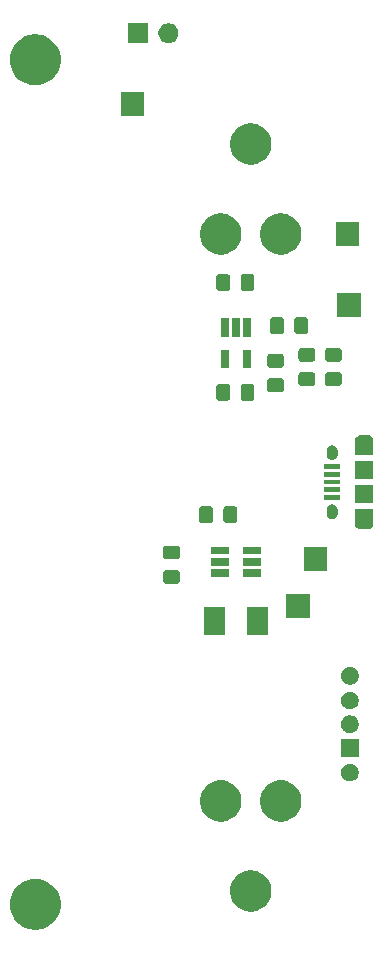
<source format=gbr>
%TF.GenerationSoftware,KiCad,Pcbnew,5.1.6*%
%TF.CreationDate,2020-05-18T18:09:20+02:00*%
%TF.ProjectId,solder-snorter,736f6c64-6572-42d7-936e-6f727465722e,rev?*%
%TF.SameCoordinates,Original*%
%TF.FileFunction,Soldermask,Top*%
%TF.FilePolarity,Negative*%
%FSLAX46Y46*%
G04 Gerber Fmt 4.6, Leading zero omitted, Abs format (unit mm)*
G04 Created by KiCad (PCBNEW 5.1.6) date 2020-05-18 18:09:20*
%MOMM*%
%LPD*%
G01*
G04 APERTURE LIST*
%ADD10C,0.100000*%
G04 APERTURE END LIST*
D10*
G36*
X137600215Y-149127541D02*
G01*
X137877132Y-149182623D01*
X138268407Y-149344695D01*
X138620545Y-149579986D01*
X138920014Y-149879455D01*
X139155305Y-150231593D01*
X139317377Y-150622868D01*
X139400000Y-151038243D01*
X139400000Y-151461757D01*
X139317377Y-151877132D01*
X139155305Y-152268407D01*
X138920014Y-152620545D01*
X138620545Y-152920014D01*
X138268407Y-153155305D01*
X137877132Y-153317377D01*
X137600215Y-153372459D01*
X137461758Y-153400000D01*
X137038242Y-153400000D01*
X136899785Y-153372459D01*
X136622868Y-153317377D01*
X136231593Y-153155305D01*
X135879455Y-152920014D01*
X135579986Y-152620545D01*
X135344695Y-152268407D01*
X135182623Y-151877132D01*
X135100000Y-151461757D01*
X135100000Y-151038243D01*
X135182623Y-150622868D01*
X135344695Y-150231593D01*
X135579986Y-149879455D01*
X135879455Y-149579986D01*
X136231593Y-149344695D01*
X136622868Y-149182623D01*
X136899785Y-149127541D01*
X137038242Y-149100000D01*
X137461758Y-149100000D01*
X137600215Y-149127541D01*
G37*
G36*
X155785059Y-148392417D02*
G01*
X156010456Y-148437251D01*
X156328936Y-148569170D01*
X156615560Y-148760686D01*
X156859314Y-149004440D01*
X157050830Y-149291064D01*
X157182749Y-149609544D01*
X157182749Y-149609546D01*
X157236438Y-149879456D01*
X157250000Y-149947640D01*
X157250000Y-150292360D01*
X157182749Y-150630456D01*
X157050830Y-150948936D01*
X156859314Y-151235560D01*
X156615560Y-151479314D01*
X156328936Y-151670830D01*
X156010456Y-151802749D01*
X155785059Y-151847583D01*
X155672361Y-151870000D01*
X155327639Y-151870000D01*
X155214941Y-151847583D01*
X154989544Y-151802749D01*
X154671064Y-151670830D01*
X154384440Y-151479314D01*
X154140686Y-151235560D01*
X153949170Y-150948936D01*
X153817251Y-150630456D01*
X153750000Y-150292360D01*
X153750000Y-149947640D01*
X153763563Y-149879456D01*
X153817251Y-149609546D01*
X153817251Y-149609544D01*
X153949170Y-149291064D01*
X154140686Y-149004440D01*
X154384440Y-148760686D01*
X154671064Y-148569170D01*
X154989544Y-148437251D01*
X155214941Y-148392417D01*
X155327639Y-148370000D01*
X155672361Y-148370000D01*
X155785059Y-148392417D01*
G37*
G36*
X153205966Y-140764641D02*
G01*
X153470456Y-140817251D01*
X153788936Y-140949170D01*
X154075560Y-141140686D01*
X154319314Y-141384440D01*
X154510830Y-141671064D01*
X154642749Y-141989544D01*
X154710000Y-142327640D01*
X154710000Y-142672360D01*
X154642749Y-143010456D01*
X154510830Y-143328936D01*
X154319314Y-143615560D01*
X154075560Y-143859314D01*
X153788936Y-144050830D01*
X153470456Y-144182749D01*
X153245059Y-144227583D01*
X153132361Y-144250000D01*
X152787639Y-144250000D01*
X152674941Y-144227583D01*
X152449544Y-144182749D01*
X152131064Y-144050830D01*
X151844440Y-143859314D01*
X151600686Y-143615560D01*
X151409170Y-143328936D01*
X151277251Y-143010456D01*
X151210000Y-142672360D01*
X151210000Y-142327640D01*
X151277251Y-141989544D01*
X151409170Y-141671064D01*
X151600686Y-141384440D01*
X151844440Y-141140686D01*
X152131064Y-140949170D01*
X152449544Y-140817251D01*
X152714034Y-140764641D01*
X152787639Y-140750000D01*
X153132361Y-140750000D01*
X153205966Y-140764641D01*
G37*
G36*
X158285966Y-140764641D02*
G01*
X158550456Y-140817251D01*
X158868936Y-140949170D01*
X159155560Y-141140686D01*
X159399314Y-141384440D01*
X159590830Y-141671064D01*
X159722749Y-141989544D01*
X159790000Y-142327640D01*
X159790000Y-142672360D01*
X159722749Y-143010456D01*
X159590830Y-143328936D01*
X159399314Y-143615560D01*
X159155560Y-143859314D01*
X158868936Y-144050830D01*
X158550456Y-144182749D01*
X158325059Y-144227583D01*
X158212361Y-144250000D01*
X157867639Y-144250000D01*
X157754941Y-144227583D01*
X157529544Y-144182749D01*
X157211064Y-144050830D01*
X156924440Y-143859314D01*
X156680686Y-143615560D01*
X156489170Y-143328936D01*
X156357251Y-143010456D01*
X156290000Y-142672360D01*
X156290000Y-142327640D01*
X156357251Y-141989544D01*
X156489170Y-141671064D01*
X156680686Y-141384440D01*
X156924440Y-141140686D01*
X157211064Y-140949170D01*
X157529544Y-140817251D01*
X157794034Y-140764641D01*
X157867639Y-140750000D01*
X158212361Y-140750000D01*
X158285966Y-140764641D01*
G37*
G36*
X164118765Y-139378821D02*
G01*
X164255257Y-139435358D01*
X164378096Y-139517436D01*
X164482564Y-139621904D01*
X164564642Y-139744743D01*
X164621179Y-139881235D01*
X164650000Y-140026130D01*
X164650000Y-140173870D01*
X164621179Y-140318765D01*
X164564642Y-140455257D01*
X164482564Y-140578096D01*
X164378096Y-140682564D01*
X164255257Y-140764642D01*
X164118765Y-140821179D01*
X163973870Y-140850000D01*
X163826130Y-140850000D01*
X163681235Y-140821179D01*
X163544743Y-140764642D01*
X163421904Y-140682564D01*
X163317436Y-140578096D01*
X163235358Y-140455257D01*
X163178821Y-140318765D01*
X163150000Y-140173870D01*
X163150000Y-140026130D01*
X163178821Y-139881235D01*
X163235358Y-139744743D01*
X163317436Y-139621904D01*
X163421904Y-139517436D01*
X163544743Y-139435358D01*
X163681235Y-139378821D01*
X163826130Y-139350000D01*
X163973870Y-139350000D01*
X164118765Y-139378821D01*
G37*
G36*
X164650000Y-138750000D02*
G01*
X163150000Y-138750000D01*
X163150000Y-137250000D01*
X164650000Y-137250000D01*
X164650000Y-138750000D01*
G37*
G36*
X164118765Y-135278821D02*
G01*
X164255257Y-135335358D01*
X164378096Y-135417436D01*
X164482564Y-135521904D01*
X164564642Y-135644743D01*
X164621179Y-135781235D01*
X164650000Y-135926130D01*
X164650000Y-136073870D01*
X164621179Y-136218765D01*
X164564642Y-136355257D01*
X164482564Y-136478096D01*
X164378096Y-136582564D01*
X164255257Y-136664642D01*
X164118765Y-136721179D01*
X163973870Y-136750000D01*
X163826130Y-136750000D01*
X163681235Y-136721179D01*
X163544743Y-136664642D01*
X163421904Y-136582564D01*
X163317436Y-136478096D01*
X163235358Y-136355257D01*
X163178821Y-136218765D01*
X163150000Y-136073870D01*
X163150000Y-135926130D01*
X163178821Y-135781235D01*
X163235358Y-135644743D01*
X163317436Y-135521904D01*
X163421904Y-135417436D01*
X163544743Y-135335358D01*
X163681235Y-135278821D01*
X163826130Y-135250000D01*
X163973870Y-135250000D01*
X164118765Y-135278821D01*
G37*
G36*
X164118765Y-133278821D02*
G01*
X164255257Y-133335358D01*
X164378096Y-133417436D01*
X164482564Y-133521904D01*
X164564642Y-133644743D01*
X164621179Y-133781235D01*
X164650000Y-133926130D01*
X164650000Y-134073870D01*
X164621179Y-134218765D01*
X164564642Y-134355257D01*
X164482564Y-134478096D01*
X164378096Y-134582564D01*
X164255257Y-134664642D01*
X164118765Y-134721179D01*
X163973870Y-134750000D01*
X163826130Y-134750000D01*
X163681235Y-134721179D01*
X163544743Y-134664642D01*
X163421904Y-134582564D01*
X163317436Y-134478096D01*
X163235358Y-134355257D01*
X163178821Y-134218765D01*
X163150000Y-134073870D01*
X163150000Y-133926130D01*
X163178821Y-133781235D01*
X163235358Y-133644743D01*
X163317436Y-133521904D01*
X163421904Y-133417436D01*
X163544743Y-133335358D01*
X163681235Y-133278821D01*
X163826130Y-133250000D01*
X163973870Y-133250000D01*
X164118765Y-133278821D01*
G37*
G36*
X164118765Y-131178821D02*
G01*
X164255257Y-131235358D01*
X164378096Y-131317436D01*
X164482564Y-131421904D01*
X164564642Y-131544743D01*
X164621179Y-131681235D01*
X164650000Y-131826130D01*
X164650000Y-131973870D01*
X164621179Y-132118765D01*
X164564642Y-132255257D01*
X164482564Y-132378096D01*
X164378096Y-132482564D01*
X164255257Y-132564642D01*
X164118765Y-132621179D01*
X163973870Y-132650000D01*
X163826130Y-132650000D01*
X163681235Y-132621179D01*
X163544743Y-132564642D01*
X163421904Y-132482564D01*
X163317436Y-132378096D01*
X163235358Y-132255257D01*
X163178821Y-132118765D01*
X163150000Y-131973870D01*
X163150000Y-131826130D01*
X163178821Y-131681235D01*
X163235358Y-131544743D01*
X163317436Y-131421904D01*
X163421904Y-131317436D01*
X163544743Y-131235358D01*
X163681235Y-131178821D01*
X163826130Y-131150000D01*
X163973870Y-131150000D01*
X164118765Y-131178821D01*
G37*
G36*
X153350000Y-128450000D02*
G01*
X151550000Y-128450000D01*
X151550000Y-126050000D01*
X153350000Y-126050000D01*
X153350000Y-128450000D01*
G37*
G36*
X156950000Y-128450000D02*
G01*
X155150000Y-128450000D01*
X155150000Y-126050000D01*
X156950000Y-126050000D01*
X156950000Y-128450000D01*
G37*
G36*
X160500000Y-127000000D02*
G01*
X158500000Y-127000000D01*
X158500000Y-125000000D01*
X160500000Y-125000000D01*
X160500000Y-127000000D01*
G37*
G36*
X149321471Y-122954497D02*
G01*
X149363026Y-122967103D01*
X149401317Y-122987569D01*
X149434883Y-123015117D01*
X149462431Y-123048683D01*
X149482897Y-123086974D01*
X149495503Y-123128529D01*
X149500000Y-123174192D01*
X149500000Y-123875808D01*
X149495503Y-123921471D01*
X149482897Y-123963026D01*
X149462431Y-124001317D01*
X149434883Y-124034883D01*
X149401317Y-124062431D01*
X149363026Y-124082897D01*
X149321471Y-124095503D01*
X149275808Y-124100000D01*
X148324192Y-124100000D01*
X148278529Y-124095503D01*
X148236974Y-124082897D01*
X148198683Y-124062431D01*
X148165117Y-124034883D01*
X148137569Y-124001317D01*
X148117103Y-123963026D01*
X148104497Y-123921471D01*
X148100000Y-123875808D01*
X148100000Y-123174192D01*
X148104497Y-123128529D01*
X148117103Y-123086974D01*
X148137569Y-123048683D01*
X148165117Y-123015117D01*
X148198683Y-122987569D01*
X148236974Y-122967103D01*
X148278529Y-122954497D01*
X148324192Y-122950000D01*
X149275808Y-122950000D01*
X149321471Y-122954497D01*
G37*
G36*
X156380000Y-123525000D02*
G01*
X154820000Y-123525000D01*
X154820000Y-122875000D01*
X156380000Y-122875000D01*
X156380000Y-123525000D01*
G37*
G36*
X153680000Y-123525000D02*
G01*
X152120000Y-123525000D01*
X152120000Y-122875000D01*
X153680000Y-122875000D01*
X153680000Y-123525000D01*
G37*
G36*
X162000000Y-123000000D02*
G01*
X160000000Y-123000000D01*
X160000000Y-121000000D01*
X162000000Y-121000000D01*
X162000000Y-123000000D01*
G37*
G36*
X153680000Y-122575000D02*
G01*
X152120000Y-122575000D01*
X152120000Y-121925000D01*
X153680000Y-121925000D01*
X153680000Y-122575000D01*
G37*
G36*
X156380000Y-122575000D02*
G01*
X154820000Y-122575000D01*
X154820000Y-121925000D01*
X156380000Y-121925000D01*
X156380000Y-122575000D01*
G37*
G36*
X149321471Y-120904497D02*
G01*
X149363026Y-120917103D01*
X149401317Y-120937569D01*
X149434883Y-120965117D01*
X149462431Y-120998683D01*
X149482897Y-121036974D01*
X149495503Y-121078529D01*
X149500000Y-121124192D01*
X149500000Y-121825808D01*
X149495503Y-121871471D01*
X149482897Y-121913026D01*
X149462431Y-121951317D01*
X149434883Y-121984883D01*
X149401317Y-122012431D01*
X149363026Y-122032897D01*
X149321471Y-122045503D01*
X149275808Y-122050000D01*
X148324192Y-122050000D01*
X148278529Y-122045503D01*
X148236974Y-122032897D01*
X148198683Y-122012431D01*
X148165117Y-121984883D01*
X148137569Y-121951317D01*
X148117103Y-121913026D01*
X148104497Y-121871471D01*
X148100000Y-121825808D01*
X148100000Y-121124192D01*
X148104497Y-121078529D01*
X148117103Y-121036974D01*
X148137569Y-120998683D01*
X148165117Y-120965117D01*
X148198683Y-120937569D01*
X148236974Y-120917103D01*
X148278529Y-120904497D01*
X148324192Y-120900000D01*
X149275808Y-120900000D01*
X149321471Y-120904497D01*
G37*
G36*
X153680000Y-121625000D02*
G01*
X152120000Y-121625000D01*
X152120000Y-120975000D01*
X153680000Y-120975000D01*
X153680000Y-121625000D01*
G37*
G36*
X156380000Y-121625000D02*
G01*
X154820000Y-121625000D01*
X154820000Y-120975000D01*
X156380000Y-120975000D01*
X156380000Y-121625000D01*
G37*
G36*
X165875000Y-119028773D02*
G01*
X165873882Y-119030865D01*
X165870715Y-119043509D01*
X165865393Y-119097546D01*
X165836940Y-119191343D01*
X165790735Y-119277786D01*
X165728553Y-119353554D01*
X165652785Y-119415736D01*
X165566342Y-119461941D01*
X165472545Y-119490394D01*
X165375000Y-119500001D01*
X164825000Y-119500001D01*
X164727455Y-119490394D01*
X164633658Y-119461941D01*
X164547215Y-119415736D01*
X164471447Y-119353554D01*
X164409265Y-119277786D01*
X164363060Y-119191343D01*
X164334607Y-119097546D01*
X164329205Y-119042693D01*
X164327771Y-119035485D01*
X164325000Y-119028795D01*
X164325000Y-117800000D01*
X165875000Y-117800000D01*
X165875000Y-119028773D01*
G37*
G36*
X154171471Y-117554497D02*
G01*
X154213026Y-117567103D01*
X154251317Y-117587569D01*
X154284883Y-117615117D01*
X154312431Y-117648683D01*
X154332897Y-117686974D01*
X154345503Y-117728529D01*
X154350000Y-117774192D01*
X154350000Y-118725808D01*
X154345503Y-118771471D01*
X154332897Y-118813026D01*
X154312431Y-118851317D01*
X154284883Y-118884883D01*
X154251317Y-118912431D01*
X154213026Y-118932897D01*
X154171471Y-118945503D01*
X154125808Y-118950000D01*
X153424192Y-118950000D01*
X153378529Y-118945503D01*
X153336974Y-118932897D01*
X153298683Y-118912431D01*
X153265117Y-118884883D01*
X153237569Y-118851317D01*
X153217103Y-118813026D01*
X153204497Y-118771471D01*
X153200000Y-118725808D01*
X153200000Y-117774192D01*
X153204497Y-117728529D01*
X153217103Y-117686974D01*
X153237569Y-117648683D01*
X153265117Y-117615117D01*
X153298683Y-117587569D01*
X153336974Y-117567103D01*
X153378529Y-117554497D01*
X153424192Y-117550000D01*
X154125808Y-117550000D01*
X154171471Y-117554497D01*
G37*
G36*
X152121471Y-117554497D02*
G01*
X152163026Y-117567103D01*
X152201317Y-117587569D01*
X152234883Y-117615117D01*
X152262431Y-117648683D01*
X152282897Y-117686974D01*
X152295503Y-117728529D01*
X152300000Y-117774192D01*
X152300000Y-118725808D01*
X152295503Y-118771471D01*
X152282897Y-118813026D01*
X152262431Y-118851317D01*
X152234883Y-118884883D01*
X152201317Y-118912431D01*
X152163026Y-118932897D01*
X152121471Y-118945503D01*
X152075808Y-118950000D01*
X151374192Y-118950000D01*
X151328529Y-118945503D01*
X151286974Y-118932897D01*
X151248683Y-118912431D01*
X151215117Y-118884883D01*
X151187569Y-118851317D01*
X151167103Y-118813026D01*
X151154497Y-118771471D01*
X151150000Y-118725808D01*
X151150000Y-117774192D01*
X151154497Y-117728529D01*
X151167103Y-117686974D01*
X151187569Y-117648683D01*
X151215117Y-117615117D01*
X151248683Y-117587569D01*
X151286974Y-117567103D01*
X151328529Y-117554497D01*
X151374192Y-117550000D01*
X152075808Y-117550000D01*
X152121471Y-117554497D01*
G37*
G36*
X162492669Y-117384127D02*
G01*
X162581776Y-117411157D01*
X162663897Y-117455052D01*
X162735877Y-117514124D01*
X162794949Y-117586104D01*
X162838844Y-117668225D01*
X162865874Y-117757332D01*
X162875001Y-117850000D01*
X162875001Y-118150000D01*
X162865874Y-118242668D01*
X162838844Y-118331775D01*
X162794949Y-118413896D01*
X162735877Y-118485876D01*
X162663897Y-118544948D01*
X162581776Y-118588843D01*
X162492669Y-118615873D01*
X162400001Y-118625000D01*
X162399999Y-118625000D01*
X162307331Y-118615873D01*
X162218224Y-118588843D01*
X162136103Y-118544948D01*
X162064123Y-118485876D01*
X162005051Y-118413896D01*
X161961156Y-118331775D01*
X161934126Y-118242668D01*
X161924999Y-118150000D01*
X161924999Y-117850000D01*
X161934126Y-117757332D01*
X161961156Y-117668225D01*
X162005051Y-117586104D01*
X162064123Y-117514124D01*
X162136103Y-117455052D01*
X162218224Y-117411157D01*
X162307331Y-117384127D01*
X162399999Y-117375000D01*
X162400001Y-117375000D01*
X162492669Y-117384127D01*
G37*
G36*
X165875000Y-117250000D02*
G01*
X164325000Y-117250000D01*
X164325000Y-115750000D01*
X165875000Y-115750000D01*
X165875000Y-117250000D01*
G37*
G36*
X163075000Y-117000000D02*
G01*
X161725000Y-117000000D01*
X161725000Y-116600000D01*
X163075000Y-116600000D01*
X163075000Y-117000000D01*
G37*
G36*
X163075000Y-116350000D02*
G01*
X161725000Y-116350000D01*
X161725000Y-115950000D01*
X163075000Y-115950000D01*
X163075000Y-116350000D01*
G37*
G36*
X163075000Y-115700000D02*
G01*
X161725000Y-115700000D01*
X161725000Y-115300000D01*
X163075000Y-115300000D01*
X163075000Y-115700000D01*
G37*
G36*
X165875000Y-115250000D02*
G01*
X164325000Y-115250000D01*
X164325000Y-113750000D01*
X165875000Y-113750000D01*
X165875000Y-115250000D01*
G37*
G36*
X163075000Y-115050000D02*
G01*
X161725000Y-115050000D01*
X161725000Y-114650000D01*
X163075000Y-114650000D01*
X163075000Y-115050000D01*
G37*
G36*
X163075000Y-114400000D02*
G01*
X161725000Y-114400000D01*
X161725000Y-114000000D01*
X163075000Y-114000000D01*
X163075000Y-114400000D01*
G37*
G36*
X162492669Y-112384127D02*
G01*
X162581776Y-112411157D01*
X162663897Y-112455052D01*
X162735877Y-112514124D01*
X162794949Y-112586104D01*
X162838844Y-112668225D01*
X162865874Y-112757332D01*
X162875001Y-112850000D01*
X162875001Y-113150000D01*
X162865874Y-113242668D01*
X162838844Y-113331775D01*
X162794949Y-113413896D01*
X162735877Y-113485876D01*
X162663897Y-113544948D01*
X162581776Y-113588843D01*
X162492669Y-113615873D01*
X162400001Y-113625000D01*
X162399999Y-113625000D01*
X162307331Y-113615873D01*
X162218224Y-113588843D01*
X162136103Y-113544948D01*
X162064123Y-113485876D01*
X162005051Y-113413896D01*
X161961156Y-113331775D01*
X161934126Y-113242668D01*
X161924999Y-113150000D01*
X161924999Y-112850000D01*
X161934126Y-112757332D01*
X161961156Y-112668225D01*
X162005051Y-112586104D01*
X162064123Y-112514124D01*
X162136103Y-112455052D01*
X162218224Y-112411157D01*
X162307331Y-112384127D01*
X162399999Y-112375000D01*
X162400001Y-112375000D01*
X162492669Y-112384127D01*
G37*
G36*
X165472545Y-111509606D02*
G01*
X165566342Y-111538059D01*
X165652785Y-111584264D01*
X165728553Y-111646446D01*
X165790735Y-111722214D01*
X165836940Y-111808657D01*
X165865393Y-111902454D01*
X165870795Y-111957307D01*
X165872229Y-111964515D01*
X165875000Y-111971205D01*
X165875000Y-113200000D01*
X164325000Y-113200000D01*
X164325000Y-111971227D01*
X164326118Y-111969135D01*
X164329285Y-111956491D01*
X164334607Y-111902454D01*
X164363060Y-111808657D01*
X164409265Y-111722214D01*
X164471447Y-111646446D01*
X164547215Y-111584264D01*
X164633658Y-111538059D01*
X164727455Y-111509606D01*
X164825000Y-111499999D01*
X165375000Y-111499999D01*
X165472545Y-111509606D01*
G37*
G36*
X155621471Y-107204497D02*
G01*
X155663026Y-107217103D01*
X155701317Y-107237569D01*
X155734883Y-107265117D01*
X155762431Y-107298683D01*
X155782897Y-107336974D01*
X155795503Y-107378529D01*
X155800000Y-107424192D01*
X155800000Y-108375808D01*
X155795503Y-108421471D01*
X155782897Y-108463026D01*
X155762431Y-108501317D01*
X155734883Y-108534883D01*
X155701317Y-108562431D01*
X155663026Y-108582897D01*
X155621471Y-108595503D01*
X155575808Y-108600000D01*
X154874192Y-108600000D01*
X154828529Y-108595503D01*
X154786974Y-108582897D01*
X154748683Y-108562431D01*
X154715117Y-108534883D01*
X154687569Y-108501317D01*
X154667103Y-108463026D01*
X154654497Y-108421471D01*
X154650000Y-108375808D01*
X154650000Y-107424192D01*
X154654497Y-107378529D01*
X154667103Y-107336974D01*
X154687569Y-107298683D01*
X154715117Y-107265117D01*
X154748683Y-107237569D01*
X154786974Y-107217103D01*
X154828529Y-107204497D01*
X154874192Y-107200000D01*
X155575808Y-107200000D01*
X155621471Y-107204497D01*
G37*
G36*
X153571471Y-107204497D02*
G01*
X153613026Y-107217103D01*
X153651317Y-107237569D01*
X153684883Y-107265117D01*
X153712431Y-107298683D01*
X153732897Y-107336974D01*
X153745503Y-107378529D01*
X153750000Y-107424192D01*
X153750000Y-108375808D01*
X153745503Y-108421471D01*
X153732897Y-108463026D01*
X153712431Y-108501317D01*
X153684883Y-108534883D01*
X153651317Y-108562431D01*
X153613026Y-108582897D01*
X153571471Y-108595503D01*
X153525808Y-108600000D01*
X152824192Y-108600000D01*
X152778529Y-108595503D01*
X152736974Y-108582897D01*
X152698683Y-108562431D01*
X152665117Y-108534883D01*
X152637569Y-108501317D01*
X152617103Y-108463026D01*
X152604497Y-108421471D01*
X152600000Y-108375808D01*
X152600000Y-107424192D01*
X152604497Y-107378529D01*
X152617103Y-107336974D01*
X152637569Y-107298683D01*
X152665117Y-107265117D01*
X152698683Y-107237569D01*
X152736974Y-107217103D01*
X152778529Y-107204497D01*
X152824192Y-107200000D01*
X153525808Y-107200000D01*
X153571471Y-107204497D01*
G37*
G36*
X158121471Y-106704497D02*
G01*
X158163026Y-106717103D01*
X158201317Y-106737569D01*
X158234883Y-106765117D01*
X158262431Y-106798683D01*
X158282897Y-106836974D01*
X158295503Y-106878529D01*
X158300000Y-106924192D01*
X158300000Y-107625808D01*
X158295503Y-107671471D01*
X158282897Y-107713026D01*
X158262431Y-107751317D01*
X158234883Y-107784883D01*
X158201317Y-107812431D01*
X158163026Y-107832897D01*
X158121471Y-107845503D01*
X158075808Y-107850000D01*
X157124192Y-107850000D01*
X157078529Y-107845503D01*
X157036974Y-107832897D01*
X156998683Y-107812431D01*
X156965117Y-107784883D01*
X156937569Y-107751317D01*
X156917103Y-107713026D01*
X156904497Y-107671471D01*
X156900000Y-107625808D01*
X156900000Y-106924192D01*
X156904497Y-106878529D01*
X156917103Y-106836974D01*
X156937569Y-106798683D01*
X156965117Y-106765117D01*
X156998683Y-106737569D01*
X157036974Y-106717103D01*
X157078529Y-106704497D01*
X157124192Y-106700000D01*
X158075808Y-106700000D01*
X158121471Y-106704497D01*
G37*
G36*
X163021471Y-106204497D02*
G01*
X163063026Y-106217103D01*
X163101317Y-106237569D01*
X163134883Y-106265117D01*
X163162431Y-106298683D01*
X163182897Y-106336974D01*
X163195503Y-106378529D01*
X163200000Y-106424192D01*
X163200000Y-107125808D01*
X163195503Y-107171471D01*
X163182897Y-107213026D01*
X163162431Y-107251317D01*
X163134883Y-107284883D01*
X163101317Y-107312431D01*
X163063026Y-107332897D01*
X163021471Y-107345503D01*
X162975808Y-107350000D01*
X162024192Y-107350000D01*
X161978529Y-107345503D01*
X161936974Y-107332897D01*
X161898683Y-107312431D01*
X161865117Y-107284883D01*
X161837569Y-107251317D01*
X161817103Y-107213026D01*
X161804497Y-107171471D01*
X161800000Y-107125808D01*
X161800000Y-106424192D01*
X161804497Y-106378529D01*
X161817103Y-106336974D01*
X161837569Y-106298683D01*
X161865117Y-106265117D01*
X161898683Y-106237569D01*
X161936974Y-106217103D01*
X161978529Y-106204497D01*
X162024192Y-106200000D01*
X162975808Y-106200000D01*
X163021471Y-106204497D01*
G37*
G36*
X160771471Y-106204497D02*
G01*
X160813026Y-106217103D01*
X160851317Y-106237569D01*
X160884883Y-106265117D01*
X160912431Y-106298683D01*
X160932897Y-106336974D01*
X160945503Y-106378529D01*
X160950000Y-106424192D01*
X160950000Y-107125808D01*
X160945503Y-107171471D01*
X160932897Y-107213026D01*
X160912431Y-107251317D01*
X160884883Y-107284883D01*
X160851317Y-107312431D01*
X160813026Y-107332897D01*
X160771471Y-107345503D01*
X160725808Y-107350000D01*
X159774192Y-107350000D01*
X159728529Y-107345503D01*
X159686974Y-107332897D01*
X159648683Y-107312431D01*
X159615117Y-107284883D01*
X159587569Y-107251317D01*
X159567103Y-107213026D01*
X159554497Y-107171471D01*
X159550000Y-107125808D01*
X159550000Y-106424192D01*
X159554497Y-106378529D01*
X159567103Y-106336974D01*
X159587569Y-106298683D01*
X159615117Y-106265117D01*
X159648683Y-106237569D01*
X159686974Y-106217103D01*
X159728529Y-106204497D01*
X159774192Y-106200000D01*
X160725808Y-106200000D01*
X160771471Y-106204497D01*
G37*
G36*
X155525000Y-105880000D02*
G01*
X154875000Y-105880000D01*
X154875000Y-104320000D01*
X155525000Y-104320000D01*
X155525000Y-105880000D01*
G37*
G36*
X153625000Y-105880000D02*
G01*
X152975000Y-105880000D01*
X152975000Y-104320000D01*
X153625000Y-104320000D01*
X153625000Y-105880000D01*
G37*
G36*
X158121471Y-104654497D02*
G01*
X158163026Y-104667103D01*
X158201317Y-104687569D01*
X158234883Y-104715117D01*
X158262431Y-104748683D01*
X158282897Y-104786974D01*
X158295503Y-104828529D01*
X158300000Y-104874192D01*
X158300000Y-105575808D01*
X158295503Y-105621471D01*
X158282897Y-105663026D01*
X158262431Y-105701317D01*
X158234883Y-105734883D01*
X158201317Y-105762431D01*
X158163026Y-105782897D01*
X158121471Y-105795503D01*
X158075808Y-105800000D01*
X157124192Y-105800000D01*
X157078529Y-105795503D01*
X157036974Y-105782897D01*
X156998683Y-105762431D01*
X156965117Y-105734883D01*
X156937569Y-105701317D01*
X156917103Y-105663026D01*
X156904497Y-105621471D01*
X156900000Y-105575808D01*
X156900000Y-104874192D01*
X156904497Y-104828529D01*
X156917103Y-104786974D01*
X156937569Y-104748683D01*
X156965117Y-104715117D01*
X156998683Y-104687569D01*
X157036974Y-104667103D01*
X157078529Y-104654497D01*
X157124192Y-104650000D01*
X158075808Y-104650000D01*
X158121471Y-104654497D01*
G37*
G36*
X163021471Y-104154497D02*
G01*
X163063026Y-104167103D01*
X163101317Y-104187569D01*
X163134883Y-104215117D01*
X163162431Y-104248683D01*
X163182897Y-104286974D01*
X163195503Y-104328529D01*
X163200000Y-104374192D01*
X163200000Y-105075808D01*
X163195503Y-105121471D01*
X163182897Y-105163026D01*
X163162431Y-105201317D01*
X163134883Y-105234883D01*
X163101317Y-105262431D01*
X163063026Y-105282897D01*
X163021471Y-105295503D01*
X162975808Y-105300000D01*
X162024192Y-105300000D01*
X161978529Y-105295503D01*
X161936974Y-105282897D01*
X161898683Y-105262431D01*
X161865117Y-105234883D01*
X161837569Y-105201317D01*
X161817103Y-105163026D01*
X161804497Y-105121471D01*
X161800000Y-105075808D01*
X161800000Y-104374192D01*
X161804497Y-104328529D01*
X161817103Y-104286974D01*
X161837569Y-104248683D01*
X161865117Y-104215117D01*
X161898683Y-104187569D01*
X161936974Y-104167103D01*
X161978529Y-104154497D01*
X162024192Y-104150000D01*
X162975808Y-104150000D01*
X163021471Y-104154497D01*
G37*
G36*
X160771471Y-104154497D02*
G01*
X160813026Y-104167103D01*
X160851317Y-104187569D01*
X160884883Y-104215117D01*
X160912431Y-104248683D01*
X160932897Y-104286974D01*
X160945503Y-104328529D01*
X160950000Y-104374192D01*
X160950000Y-105075808D01*
X160945503Y-105121471D01*
X160932897Y-105163026D01*
X160912431Y-105201317D01*
X160884883Y-105234883D01*
X160851317Y-105262431D01*
X160813026Y-105282897D01*
X160771471Y-105295503D01*
X160725808Y-105300000D01*
X159774192Y-105300000D01*
X159728529Y-105295503D01*
X159686974Y-105282897D01*
X159648683Y-105262431D01*
X159615117Y-105234883D01*
X159587569Y-105201317D01*
X159567103Y-105163026D01*
X159554497Y-105121471D01*
X159550000Y-105075808D01*
X159550000Y-104374192D01*
X159554497Y-104328529D01*
X159567103Y-104286974D01*
X159587569Y-104248683D01*
X159615117Y-104215117D01*
X159648683Y-104187569D01*
X159686974Y-104167103D01*
X159728529Y-104154497D01*
X159774192Y-104150000D01*
X160725808Y-104150000D01*
X160771471Y-104154497D01*
G37*
G36*
X154575000Y-103180000D02*
G01*
X153925000Y-103180000D01*
X153925000Y-101620000D01*
X154575000Y-101620000D01*
X154575000Y-103180000D01*
G37*
G36*
X153625000Y-103180000D02*
G01*
X152975000Y-103180000D01*
X152975000Y-101620000D01*
X153625000Y-101620000D01*
X153625000Y-103180000D01*
G37*
G36*
X155525000Y-103180000D02*
G01*
X154875000Y-103180000D01*
X154875000Y-101620000D01*
X155525000Y-101620000D01*
X155525000Y-103180000D01*
G37*
G36*
X160171471Y-101554497D02*
G01*
X160213026Y-101567103D01*
X160251317Y-101587569D01*
X160284883Y-101615117D01*
X160312431Y-101648683D01*
X160332897Y-101686974D01*
X160345503Y-101728529D01*
X160350000Y-101774192D01*
X160350000Y-102725808D01*
X160345503Y-102771471D01*
X160332897Y-102813026D01*
X160312431Y-102851317D01*
X160284883Y-102884883D01*
X160251317Y-102912431D01*
X160213026Y-102932897D01*
X160171471Y-102945503D01*
X160125808Y-102950000D01*
X159424192Y-102950000D01*
X159378529Y-102945503D01*
X159336974Y-102932897D01*
X159298683Y-102912431D01*
X159265117Y-102884883D01*
X159237569Y-102851317D01*
X159217103Y-102813026D01*
X159204497Y-102771471D01*
X159200000Y-102725808D01*
X159200000Y-101774192D01*
X159204497Y-101728529D01*
X159217103Y-101686974D01*
X159237569Y-101648683D01*
X159265117Y-101615117D01*
X159298683Y-101587569D01*
X159336974Y-101567103D01*
X159378529Y-101554497D01*
X159424192Y-101550000D01*
X160125808Y-101550000D01*
X160171471Y-101554497D01*
G37*
G36*
X158121471Y-101554497D02*
G01*
X158163026Y-101567103D01*
X158201317Y-101587569D01*
X158234883Y-101615117D01*
X158262431Y-101648683D01*
X158282897Y-101686974D01*
X158295503Y-101728529D01*
X158300000Y-101774192D01*
X158300000Y-102725808D01*
X158295503Y-102771471D01*
X158282897Y-102813026D01*
X158262431Y-102851317D01*
X158234883Y-102884883D01*
X158201317Y-102912431D01*
X158163026Y-102932897D01*
X158121471Y-102945503D01*
X158075808Y-102950000D01*
X157374192Y-102950000D01*
X157328529Y-102945503D01*
X157286974Y-102932897D01*
X157248683Y-102912431D01*
X157215117Y-102884883D01*
X157187569Y-102851317D01*
X157167103Y-102813026D01*
X157154497Y-102771471D01*
X157150000Y-102725808D01*
X157150000Y-101774192D01*
X157154497Y-101728529D01*
X157167103Y-101686974D01*
X157187569Y-101648683D01*
X157215117Y-101615117D01*
X157248683Y-101587569D01*
X157286974Y-101567103D01*
X157328529Y-101554497D01*
X157374192Y-101550000D01*
X158075808Y-101550000D01*
X158121471Y-101554497D01*
G37*
G36*
X164800000Y-101500000D02*
G01*
X162800000Y-101500000D01*
X162800000Y-99500000D01*
X164800000Y-99500000D01*
X164800000Y-101500000D01*
G37*
G36*
X155621471Y-97904497D02*
G01*
X155663026Y-97917103D01*
X155701317Y-97937569D01*
X155734883Y-97965117D01*
X155762431Y-97998683D01*
X155782897Y-98036974D01*
X155795503Y-98078529D01*
X155800000Y-98124192D01*
X155800000Y-99075808D01*
X155795503Y-99121471D01*
X155782897Y-99163026D01*
X155762431Y-99201317D01*
X155734883Y-99234883D01*
X155701317Y-99262431D01*
X155663026Y-99282897D01*
X155621471Y-99295503D01*
X155575808Y-99300000D01*
X154874192Y-99300000D01*
X154828529Y-99295503D01*
X154786974Y-99282897D01*
X154748683Y-99262431D01*
X154715117Y-99234883D01*
X154687569Y-99201317D01*
X154667103Y-99163026D01*
X154654497Y-99121471D01*
X154650000Y-99075808D01*
X154650000Y-98124192D01*
X154654497Y-98078529D01*
X154667103Y-98036974D01*
X154687569Y-97998683D01*
X154715117Y-97965117D01*
X154748683Y-97937569D01*
X154786974Y-97917103D01*
X154828529Y-97904497D01*
X154874192Y-97900000D01*
X155575808Y-97900000D01*
X155621471Y-97904497D01*
G37*
G36*
X153571471Y-97904497D02*
G01*
X153613026Y-97917103D01*
X153651317Y-97937569D01*
X153684883Y-97965117D01*
X153712431Y-97998683D01*
X153732897Y-98036974D01*
X153745503Y-98078529D01*
X153750000Y-98124192D01*
X153750000Y-99075808D01*
X153745503Y-99121471D01*
X153732897Y-99163026D01*
X153712431Y-99201317D01*
X153684883Y-99234883D01*
X153651317Y-99262431D01*
X153613026Y-99282897D01*
X153571471Y-99295503D01*
X153525808Y-99300000D01*
X152824192Y-99300000D01*
X152778529Y-99295503D01*
X152736974Y-99282897D01*
X152698683Y-99262431D01*
X152665117Y-99234883D01*
X152637569Y-99201317D01*
X152617103Y-99163026D01*
X152604497Y-99121471D01*
X152600000Y-99075808D01*
X152600000Y-98124192D01*
X152604497Y-98078529D01*
X152617103Y-98036974D01*
X152637569Y-97998683D01*
X152665117Y-97965117D01*
X152698683Y-97937569D01*
X152736974Y-97917103D01*
X152778529Y-97904497D01*
X152824192Y-97900000D01*
X153525808Y-97900000D01*
X153571471Y-97904497D01*
G37*
G36*
X158325059Y-92772417D02*
G01*
X158550456Y-92817251D01*
X158868936Y-92949170D01*
X159155560Y-93140686D01*
X159399314Y-93384440D01*
X159590830Y-93671064D01*
X159722749Y-93989544D01*
X159790000Y-94327640D01*
X159790000Y-94672360D01*
X159722749Y-95010456D01*
X159590830Y-95328936D01*
X159399314Y-95615560D01*
X159155560Y-95859314D01*
X158868936Y-96050830D01*
X158550456Y-96182749D01*
X158325059Y-96227583D01*
X158212361Y-96250000D01*
X157867639Y-96250000D01*
X157754941Y-96227583D01*
X157529544Y-96182749D01*
X157211064Y-96050830D01*
X156924440Y-95859314D01*
X156680686Y-95615560D01*
X156489170Y-95328936D01*
X156357251Y-95010456D01*
X156290000Y-94672360D01*
X156290000Y-94327640D01*
X156357251Y-93989544D01*
X156489170Y-93671064D01*
X156680686Y-93384440D01*
X156924440Y-93140686D01*
X157211064Y-92949170D01*
X157529544Y-92817251D01*
X157754941Y-92772417D01*
X157867639Y-92750000D01*
X158212361Y-92750000D01*
X158325059Y-92772417D01*
G37*
G36*
X153245059Y-92772417D02*
G01*
X153470456Y-92817251D01*
X153788936Y-92949170D01*
X154075560Y-93140686D01*
X154319314Y-93384440D01*
X154510830Y-93671064D01*
X154642749Y-93989544D01*
X154710000Y-94327640D01*
X154710000Y-94672360D01*
X154642749Y-95010456D01*
X154510830Y-95328936D01*
X154319314Y-95615560D01*
X154075560Y-95859314D01*
X153788936Y-96050830D01*
X153470456Y-96182749D01*
X153245059Y-96227583D01*
X153132361Y-96250000D01*
X152787639Y-96250000D01*
X152674941Y-96227583D01*
X152449544Y-96182749D01*
X152131064Y-96050830D01*
X151844440Y-95859314D01*
X151600686Y-95615560D01*
X151409170Y-95328936D01*
X151277251Y-95010456D01*
X151210000Y-94672360D01*
X151210000Y-94327640D01*
X151277251Y-93989544D01*
X151409170Y-93671064D01*
X151600686Y-93384440D01*
X151844440Y-93140686D01*
X152131064Y-92949170D01*
X152449544Y-92817251D01*
X152674941Y-92772417D01*
X152787639Y-92750000D01*
X153132361Y-92750000D01*
X153245059Y-92772417D01*
G37*
G36*
X164700000Y-95500000D02*
G01*
X162700000Y-95500000D01*
X162700000Y-93500000D01*
X164700000Y-93500000D01*
X164700000Y-95500000D01*
G37*
G36*
X155785059Y-85152417D02*
G01*
X156010456Y-85197251D01*
X156328936Y-85329170D01*
X156615560Y-85520686D01*
X156859314Y-85764440D01*
X157050830Y-86051064D01*
X157182749Y-86369544D01*
X157250000Y-86707640D01*
X157250000Y-87052360D01*
X157182749Y-87390456D01*
X157050830Y-87708936D01*
X156859314Y-87995560D01*
X156615560Y-88239314D01*
X156328936Y-88430830D01*
X156010456Y-88562749D01*
X155785059Y-88607583D01*
X155672361Y-88630000D01*
X155327639Y-88630000D01*
X155214941Y-88607583D01*
X154989544Y-88562749D01*
X154671064Y-88430830D01*
X154384440Y-88239314D01*
X154140686Y-87995560D01*
X153949170Y-87708936D01*
X153817251Y-87390456D01*
X153750000Y-87052360D01*
X153750000Y-86707640D01*
X153817251Y-86369544D01*
X153949170Y-86051064D01*
X154140686Y-85764440D01*
X154384440Y-85520686D01*
X154671064Y-85329170D01*
X154989544Y-85197251D01*
X155214941Y-85152417D01*
X155327639Y-85130000D01*
X155672361Y-85130000D01*
X155785059Y-85152417D01*
G37*
G36*
X146500000Y-84500000D02*
G01*
X144500000Y-84500000D01*
X144500000Y-82500000D01*
X146500000Y-82500000D01*
X146500000Y-84500000D01*
G37*
G36*
X137600215Y-77627541D02*
G01*
X137877132Y-77682623D01*
X138268407Y-77844695D01*
X138355105Y-77902625D01*
X138563462Y-78041844D01*
X138620545Y-78079986D01*
X138920014Y-78379455D01*
X139155305Y-78731593D01*
X139317377Y-79122868D01*
X139400000Y-79538243D01*
X139400000Y-79961757D01*
X139317377Y-80377132D01*
X139155305Y-80768407D01*
X138920014Y-81120545D01*
X138620545Y-81420014D01*
X138268407Y-81655305D01*
X137877132Y-81817377D01*
X137600215Y-81872459D01*
X137461758Y-81900000D01*
X137038242Y-81900000D01*
X136899785Y-81872459D01*
X136622868Y-81817377D01*
X136231593Y-81655305D01*
X135879455Y-81420014D01*
X135579986Y-81120545D01*
X135344695Y-80768407D01*
X135182623Y-80377132D01*
X135100000Y-79961757D01*
X135100000Y-79538243D01*
X135182623Y-79122868D01*
X135344695Y-78731593D01*
X135579986Y-78379455D01*
X135879455Y-78079986D01*
X135936539Y-78041844D01*
X136144895Y-77902625D01*
X136231593Y-77844695D01*
X136622868Y-77682623D01*
X136899785Y-77627541D01*
X137038242Y-77600000D01*
X137461758Y-77600000D01*
X137600215Y-77627541D01*
G37*
G36*
X148787934Y-76682664D02*
G01*
X148942625Y-76746739D01*
X148942626Y-76746740D01*
X149081844Y-76839762D01*
X149200238Y-76958156D01*
X149200239Y-76958158D01*
X149293261Y-77097375D01*
X149357336Y-77252066D01*
X149390000Y-77416281D01*
X149390000Y-77583719D01*
X149357336Y-77747934D01*
X149293261Y-77902625D01*
X149293260Y-77902626D01*
X149200238Y-78041844D01*
X149081844Y-78160238D01*
X149011762Y-78207065D01*
X148942625Y-78253261D01*
X148787934Y-78317336D01*
X148623719Y-78350000D01*
X148456281Y-78350000D01*
X148292066Y-78317336D01*
X148137375Y-78253261D01*
X148068238Y-78207065D01*
X147998156Y-78160238D01*
X147879762Y-78041844D01*
X147786740Y-77902626D01*
X147786739Y-77902625D01*
X147722664Y-77747934D01*
X147690000Y-77583719D01*
X147690000Y-77416281D01*
X147722664Y-77252066D01*
X147786739Y-77097375D01*
X147879761Y-76958158D01*
X147879762Y-76958156D01*
X147998156Y-76839762D01*
X148137374Y-76746740D01*
X148137375Y-76746739D01*
X148292066Y-76682664D01*
X148456281Y-76650000D01*
X148623719Y-76650000D01*
X148787934Y-76682664D01*
G37*
G36*
X146850000Y-78350000D02*
G01*
X145150000Y-78350000D01*
X145150000Y-76650000D01*
X146850000Y-76650000D01*
X146850000Y-78350000D01*
G37*
M02*

</source>
